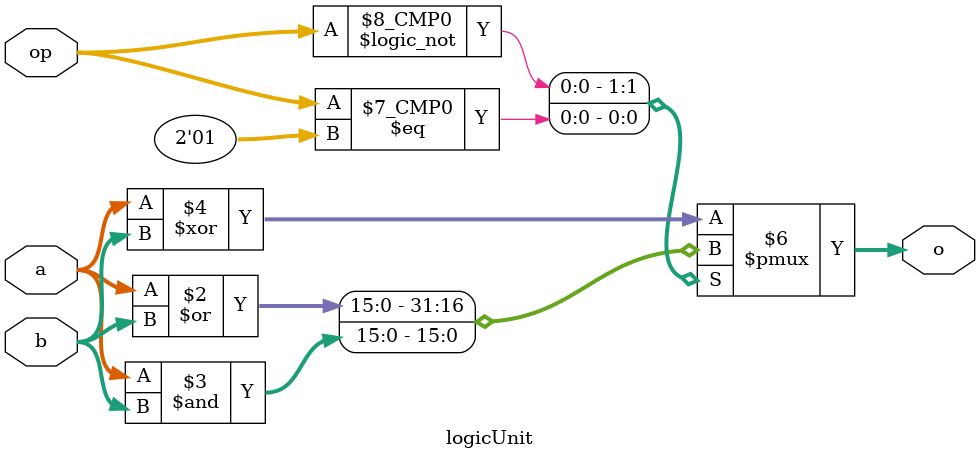
<source format=v>
/* ===============================================================
	(C) 2006  Robert Finch
	All rights reserved.
	rob@birdcomputer.ca

	logicUnit.v
	- takes care of logical operations (AND,ORA,EOR,BIT)


	This source code is free for use and modification for
	non-commercial or evaluation purposes, provided this
	copyright statement and disclaimer remains present in
	the file.

	If you do modify the code, please state_o the origin and
	note that you have modified the code.

	NO WARRANTY.
	THIS Work, IS PROVIDEDED "AS IS" WITH NO WARRANTIES OF
	ANY KIND, WHETHER EXPRESS OR IMPLIED. The user must assume
	the entire risk of using the Work.

	IN NO EVENT SHALL THE AUTHOR OR CONTRIBUTORS BE LIABLE FOR
	ANY INCIDENTAL, CONSEQUENTIAL, OR PUNITIVE DAMAGES
	WHATSOEVER RELATING TO THE USE OF THIS WORK, OR YOUR
	RELATIONSHIP WITH THE AUTHOR.

	IN ADDITION, IN NO EVENT DOES THE AUTHOR AUTHORIZE YOU
	TO USE THE WORK IN APPLICATIONS OR SYSTEMS WHERE THE
	WORK'S FAILURE TO PERFORM CAN REASONABLY BE EXPECTED
	TO RESULT IN A SIGNIFICANT PHYSICAL INJURY, OR IN LOSS
	OF LIFE. ANY SUCH USE BY YOU IS ENTIRELY AT YOUR OWN RISK,
	AND YOU AGREE TO HOLD THE AUTHOR AND CONTRIBUTORS HARMLESS
	FROM ANY CLAIMS OR LOSSES RELATING TO SUCH UNAUTHORIZED
	USE.

================================================================ */

module logicUnit(op, a, b, o);
	parameter DBW = 16;
	localparam DMSB = DBW-1;
	input [1:0] op;	// 0=ORA,1=AND/BIT,2=EOR
	input [DMSB:0] a;
	input [DMSB:0] b;
	output [DMSB:0] o;
	reg [DMSB:0] o;
	
	always @(op or a or b)
	begin
		case(op)
		2'd0:	o <= a | b;
		2'd1:	o <= a & b;
		default:	o <= a ^ b;
		endcase
	end

endmodule



</source>
